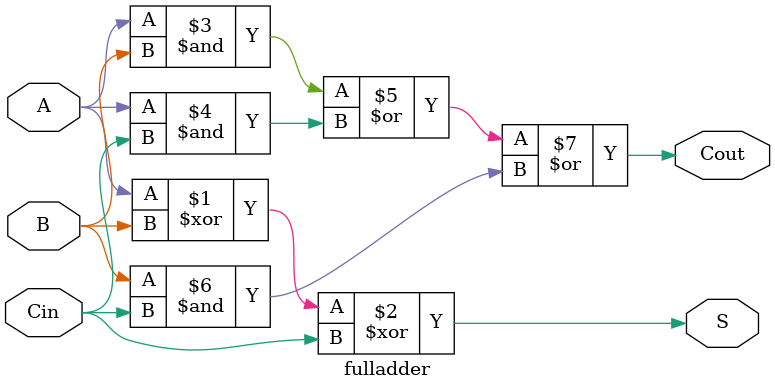
<source format=v>
module fulladder(A, B, Cin, S, Cout);

input A,B,Cin;
output S,Cout;

assign S = (A ^ B) ^ Cin;

assign Cout = (A&B) | (A&Cin) | (B&Cin); 


endmodule
</source>
